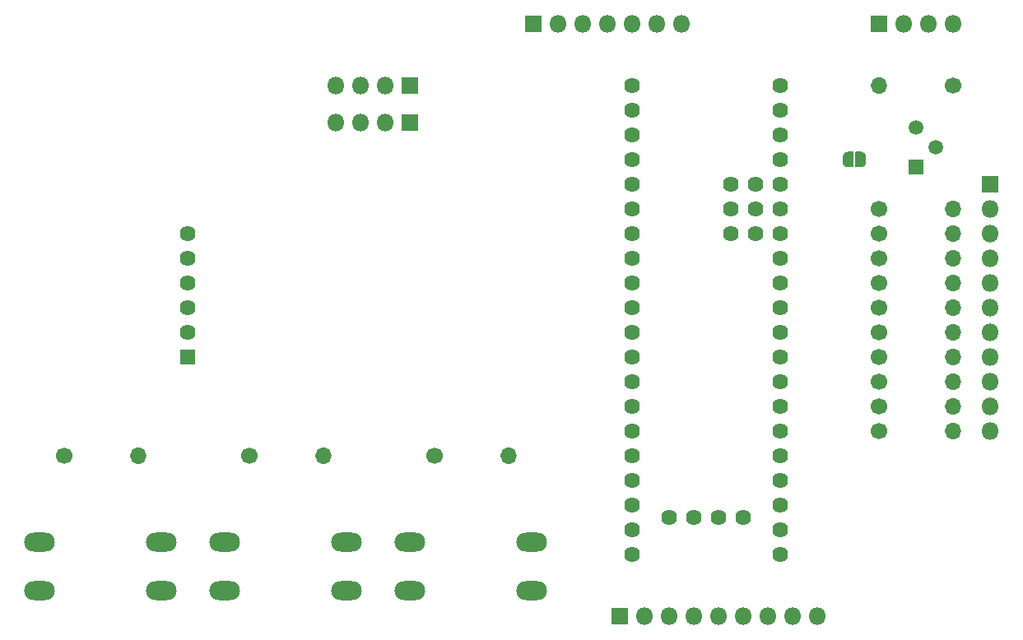
<source format=gbr>
%TF.GenerationSoftware,KiCad,Pcbnew,5.1.6-c6e7f7d~86~ubuntu16.04.1*%
%TF.CreationDate,2020-07-11T20:05:36+01:00*%
%TF.ProjectId,bluepill-pb1,626c7565-7069-46c6-9c2d-7062312e6b69,rev?*%
%TF.SameCoordinates,Original*%
%TF.FileFunction,Soldermask,Top*%
%TF.FilePolarity,Negative*%
%FSLAX46Y46*%
G04 Gerber Fmt 4.6, Leading zero omitted, Abs format (unit mm)*
G04 Created by KiCad (PCBNEW 5.1.6-c6e7f7d~86~ubuntu16.04.1) date 2020-07-11 20:05:36*
%MOMM*%
%LPD*%
G01*
G04 APERTURE LIST*
%ADD10C,1.624000*%
%ADD11O,3.148000X1.950000*%
%ADD12O,1.800000X1.800000*%
%ADD13R,1.800000X1.800000*%
%ADD14O,1.700000X1.700000*%
%ADD15C,1.700000*%
%ADD16C,1.497000*%
%ADD17R,1.497000X1.497000*%
%ADD18C,0.100000*%
%ADD19R,1.624000X1.624000*%
G04 APERTURE END LIST*
D10*
%TO.C,U1*%
X140970000Y-109220000D03*
X151130000Y-81280000D03*
X151130000Y-78740000D03*
X151130000Y-76200000D03*
X153670000Y-81280000D03*
X153670000Y-78740000D03*
X153670000Y-76200000D03*
X152400000Y-110490000D03*
X149860000Y-110490000D03*
X147320000Y-110490000D03*
X144780000Y-110490000D03*
X156210000Y-66040000D03*
X156210000Y-68580000D03*
X156210000Y-71120000D03*
X156210000Y-73660000D03*
X156210000Y-76200000D03*
X156210000Y-78740000D03*
X156210000Y-81280000D03*
X156210000Y-83820000D03*
X156210000Y-86360000D03*
X156210000Y-88900000D03*
X156210000Y-91440000D03*
X156210000Y-93980000D03*
X156210000Y-96520000D03*
X156210000Y-99060000D03*
X156210000Y-101600000D03*
X156210000Y-104140000D03*
X156210000Y-106680000D03*
X156210000Y-109220000D03*
X156210000Y-111760000D03*
X156210000Y-114300000D03*
X140970000Y-114300000D03*
X140970000Y-111760000D03*
X140970000Y-106680000D03*
X140970000Y-104140000D03*
X140970000Y-101600000D03*
X140970000Y-99060000D03*
X140970000Y-96520000D03*
X140970000Y-93980000D03*
X140970000Y-91440000D03*
X140970000Y-88900000D03*
X140970000Y-86360000D03*
X140970000Y-83820000D03*
X140970000Y-81280000D03*
X140970000Y-78740000D03*
X140970000Y-76200000D03*
X140970000Y-73660000D03*
X140970000Y-71120000D03*
X140970000Y-68580000D03*
X140970000Y-66040000D03*
%TD*%
D11*
%TO.C,SW2*%
X99060000Y-118030000D03*
X99060000Y-113030000D03*
X111560000Y-118030000D03*
X111560000Y-113030000D03*
%TD*%
D12*
%TO.C,J6*%
X146050000Y-59690000D03*
X143510000Y-59690000D03*
X140970000Y-59690000D03*
X138430000Y-59690000D03*
X135890000Y-59690000D03*
X133350000Y-59690000D03*
D13*
X130810000Y-59690000D03*
%TD*%
D12*
%TO.C,J5*%
X160020000Y-120650000D03*
X157480000Y-120650000D03*
X154940000Y-120650000D03*
X152400000Y-120650000D03*
X149860000Y-120650000D03*
X147320000Y-120650000D03*
X144780000Y-120650000D03*
X142240000Y-120650000D03*
D13*
X139700000Y-120650000D03*
%TD*%
D14*
%TO.C,R14*%
X166370000Y-66040000D03*
D15*
X173990000Y-66040000D03*
%TD*%
D16*
%TO.C,Q1*%
X170180000Y-70358000D03*
X172212000Y-72390000D03*
D17*
X170180000Y-74422000D03*
%TD*%
D12*
%TO.C,J4*%
X110490000Y-66040000D03*
X113030000Y-66040000D03*
X115570000Y-66040000D03*
D13*
X118110000Y-66040000D03*
%TD*%
D12*
%TO.C,J2*%
X173990000Y-59690000D03*
X171450000Y-59690000D03*
X168910000Y-59690000D03*
D13*
X166370000Y-59690000D03*
%TD*%
D12*
%TO.C,J1*%
X177800000Y-101600000D03*
X177800000Y-99060000D03*
X177800000Y-96520000D03*
X177800000Y-93980000D03*
X177800000Y-91440000D03*
X177800000Y-88900000D03*
X177800000Y-86360000D03*
X177800000Y-83820000D03*
X177800000Y-81280000D03*
X177800000Y-78740000D03*
D13*
X177800000Y-76200000D03*
%TD*%
D18*
%TO.C,JP1*%
G36*
X163173889Y-74459398D02*
G01*
X163155466Y-74459398D01*
X163150565Y-74459157D01*
X163101734Y-74454347D01*
X163096881Y-74453627D01*
X163048756Y-74444055D01*
X163043995Y-74442863D01*
X162997040Y-74428619D01*
X162992421Y-74426966D01*
X162947088Y-74408189D01*
X162942651Y-74406091D01*
X162899378Y-74382960D01*
X162895171Y-74380438D01*
X162854372Y-74353178D01*
X162850430Y-74350254D01*
X162812501Y-74319126D01*
X162808866Y-74315831D01*
X162774169Y-74281134D01*
X162770874Y-74277499D01*
X162739746Y-74239570D01*
X162736822Y-74235628D01*
X162709562Y-74194829D01*
X162707040Y-74190622D01*
X162683909Y-74147349D01*
X162681811Y-74142912D01*
X162663034Y-74097579D01*
X162661381Y-74092960D01*
X162647137Y-74046005D01*
X162645945Y-74041244D01*
X162636373Y-73993119D01*
X162635653Y-73988266D01*
X162630843Y-73939435D01*
X162630602Y-73934534D01*
X162630602Y-73916111D01*
X162630000Y-73910000D01*
X162630000Y-73410000D01*
X162630602Y-73403889D01*
X162630602Y-73385466D01*
X162630843Y-73380565D01*
X162635653Y-73331734D01*
X162636373Y-73326881D01*
X162645945Y-73278756D01*
X162647137Y-73273995D01*
X162661381Y-73227040D01*
X162663034Y-73222421D01*
X162681811Y-73177088D01*
X162683909Y-73172651D01*
X162707040Y-73129378D01*
X162709562Y-73125171D01*
X162736822Y-73084372D01*
X162739746Y-73080430D01*
X162770874Y-73042501D01*
X162774169Y-73038866D01*
X162808866Y-73004169D01*
X162812501Y-73000874D01*
X162850430Y-72969746D01*
X162854372Y-72966822D01*
X162895171Y-72939562D01*
X162899378Y-72937040D01*
X162942651Y-72913909D01*
X162947088Y-72911811D01*
X162992421Y-72893034D01*
X162997040Y-72891381D01*
X163043995Y-72877137D01*
X163048756Y-72875945D01*
X163096881Y-72866373D01*
X163101734Y-72865653D01*
X163150565Y-72860843D01*
X163155466Y-72860602D01*
X163173889Y-72860602D01*
X163180000Y-72860000D01*
X163680000Y-72860000D01*
X163689755Y-72860961D01*
X163699134Y-72863806D01*
X163707779Y-72868427D01*
X163715355Y-72874645D01*
X163721573Y-72882221D01*
X163726194Y-72890866D01*
X163729039Y-72900245D01*
X163730000Y-72910000D01*
X163730000Y-74410000D01*
X163729039Y-74419755D01*
X163726194Y-74429134D01*
X163721573Y-74437779D01*
X163715355Y-74445355D01*
X163707779Y-74451573D01*
X163699134Y-74456194D01*
X163689755Y-74459039D01*
X163680000Y-74460000D01*
X163180000Y-74460000D01*
X163173889Y-74459398D01*
G37*
G36*
X163970245Y-74459039D02*
G01*
X163960866Y-74456194D01*
X163952221Y-74451573D01*
X163944645Y-74445355D01*
X163938427Y-74437779D01*
X163933806Y-74429134D01*
X163930961Y-74419755D01*
X163930000Y-74410000D01*
X163930000Y-72910000D01*
X163930961Y-72900245D01*
X163933806Y-72890866D01*
X163938427Y-72882221D01*
X163944645Y-72874645D01*
X163952221Y-72868427D01*
X163960866Y-72863806D01*
X163970245Y-72860961D01*
X163980000Y-72860000D01*
X164480000Y-72860000D01*
X164486111Y-72860602D01*
X164504534Y-72860602D01*
X164509435Y-72860843D01*
X164558266Y-72865653D01*
X164563119Y-72866373D01*
X164611244Y-72875945D01*
X164616005Y-72877137D01*
X164662960Y-72891381D01*
X164667579Y-72893034D01*
X164712912Y-72911811D01*
X164717349Y-72913909D01*
X164760622Y-72937040D01*
X164764829Y-72939562D01*
X164805628Y-72966822D01*
X164809570Y-72969746D01*
X164847499Y-73000874D01*
X164851134Y-73004169D01*
X164885831Y-73038866D01*
X164889126Y-73042501D01*
X164920254Y-73080430D01*
X164923178Y-73084372D01*
X164950438Y-73125171D01*
X164952960Y-73129378D01*
X164976091Y-73172651D01*
X164978189Y-73177088D01*
X164996966Y-73222421D01*
X164998619Y-73227040D01*
X165012863Y-73273995D01*
X165014055Y-73278756D01*
X165023627Y-73326881D01*
X165024347Y-73331734D01*
X165029157Y-73380565D01*
X165029398Y-73385466D01*
X165029398Y-73403889D01*
X165030000Y-73410000D01*
X165030000Y-73910000D01*
X165029398Y-73916111D01*
X165029398Y-73934534D01*
X165029157Y-73939435D01*
X165024347Y-73988266D01*
X165023627Y-73993119D01*
X165014055Y-74041244D01*
X165012863Y-74046005D01*
X164998619Y-74092960D01*
X164996966Y-74097579D01*
X164978189Y-74142912D01*
X164976091Y-74147349D01*
X164952960Y-74190622D01*
X164950438Y-74194829D01*
X164923178Y-74235628D01*
X164920254Y-74239570D01*
X164889126Y-74277499D01*
X164885831Y-74281134D01*
X164851134Y-74315831D01*
X164847499Y-74319126D01*
X164809570Y-74350254D01*
X164805628Y-74353178D01*
X164764829Y-74380438D01*
X164760622Y-74382960D01*
X164717349Y-74406091D01*
X164712912Y-74408189D01*
X164667579Y-74426966D01*
X164662960Y-74428619D01*
X164616005Y-74442863D01*
X164611244Y-74444055D01*
X164563119Y-74453627D01*
X164558266Y-74454347D01*
X164509435Y-74459157D01*
X164504534Y-74459398D01*
X164486111Y-74459398D01*
X164480000Y-74460000D01*
X163980000Y-74460000D01*
X163970245Y-74459039D01*
G37*
%TD*%
D14*
%TO.C,R13*%
X173990000Y-101600000D03*
D15*
X166370000Y-101600000D03*
%TD*%
D14*
%TO.C,R12*%
X173990000Y-99060000D03*
D15*
X166370000Y-99060000D03*
%TD*%
D14*
%TO.C,R11*%
X173990000Y-96520000D03*
D15*
X166370000Y-96520000D03*
%TD*%
D14*
%TO.C,R10*%
X173990000Y-93980000D03*
D15*
X166370000Y-93980000D03*
%TD*%
D14*
%TO.C,R9*%
X173990000Y-91440000D03*
D15*
X166370000Y-91440000D03*
%TD*%
D14*
%TO.C,R8*%
X173990000Y-88900000D03*
D15*
X166370000Y-88900000D03*
%TD*%
D14*
%TO.C,R7*%
X173990000Y-86360000D03*
D15*
X166370000Y-86360000D03*
%TD*%
D14*
%TO.C,R6*%
X173990000Y-83820000D03*
D15*
X166370000Y-83820000D03*
%TD*%
D14*
%TO.C,R5*%
X173990000Y-81280000D03*
D15*
X166370000Y-81280000D03*
%TD*%
D14*
%TO.C,R4*%
X173990000Y-78740000D03*
D15*
X166370000Y-78740000D03*
%TD*%
D11*
%TO.C,SW3*%
X118110000Y-118030000D03*
X118110000Y-113030000D03*
X130610000Y-118030000D03*
X130610000Y-113030000D03*
%TD*%
%TO.C,SW1*%
X80010000Y-118030000D03*
X80010000Y-113030000D03*
X92510000Y-118030000D03*
X92510000Y-113030000D03*
%TD*%
D14*
%TO.C,R3*%
X128270000Y-104140000D03*
D15*
X120650000Y-104140000D03*
%TD*%
D14*
%TO.C,R2*%
X109220000Y-104140000D03*
D15*
X101600000Y-104140000D03*
%TD*%
D14*
%TO.C,R1*%
X90170000Y-104140000D03*
D15*
X82550000Y-104140000D03*
%TD*%
D12*
%TO.C,J3*%
X110490000Y-69850000D03*
X113030000Y-69850000D03*
X115570000Y-69850000D03*
D13*
X118110000Y-69850000D03*
%TD*%
D10*
%TO.C,A1*%
X95250000Y-81280000D03*
X95250000Y-83820000D03*
X95250000Y-86360000D03*
X95250000Y-88900000D03*
X95250000Y-91440000D03*
D19*
X95250000Y-93980000D03*
%TD*%
M02*

</source>
